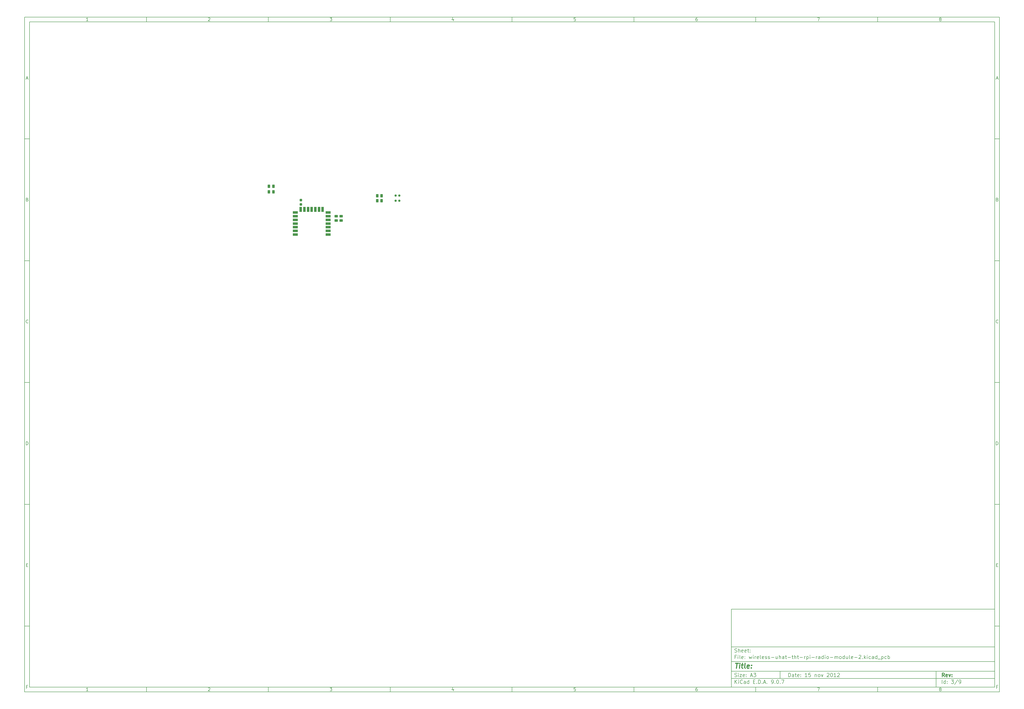
<source format=gtp>
G04 #@! TF.GenerationSoftware,KiCad,Pcbnew,9.0.7*
G04 #@! TF.CreationDate,2026-02-19T11:55:31-06:00*
G04 #@! TF.ProjectId,wireless-uhat-tht-rpi-radio-module-2,77697265-6c65-4737-932d-756861742d74,rev?*
G04 #@! TF.SameCoordinates,Original*
G04 #@! TF.FileFunction,Paste,Top*
G04 #@! TF.FilePolarity,Positive*
%FSLAX46Y46*%
G04 Gerber Fmt 4.6, Leading zero omitted, Abs format (unit mm)*
G04 Created by KiCad (PCBNEW 9.0.7) date 2026-02-19 11:55:31*
%MOMM*%
%LPD*%
G01*
G04 APERTURE LIST*
G04 Aperture macros list*
%AMRoundRect*
0 Rectangle with rounded corners*
0 $1 Rounding radius*
0 $2 $3 $4 $5 $6 $7 $8 $9 X,Y pos of 4 corners*
0 Add a 4 corners polygon primitive as box body*
4,1,4,$2,$3,$4,$5,$6,$7,$8,$9,$2,$3,0*
0 Add four circle primitives for the rounded corners*
1,1,$1+$1,$2,$3*
1,1,$1+$1,$4,$5*
1,1,$1+$1,$6,$7*
1,1,$1+$1,$8,$9*
0 Add four rect primitives between the rounded corners*
20,1,$1+$1,$2,$3,$4,$5,0*
20,1,$1+$1,$4,$5,$6,$7,0*
20,1,$1+$1,$6,$7,$8,$9,0*
20,1,$1+$1,$8,$9,$2,$3,0*%
G04 Aperture macros list end*
%ADD10C,0.100000*%
%ADD11C,0.150000*%
%ADD12C,0.300000*%
%ADD13C,0.400000*%
%ADD14RoundRect,0.200000X-0.200000X0.200000X-0.200000X-0.200000X0.200000X-0.200000X0.200000X0.200000X0*%
%ADD15RoundRect,0.250000X0.262500X0.450000X-0.262500X0.450000X-0.262500X-0.450000X0.262500X-0.450000X0*%
%ADD16RoundRect,0.250000X-0.262500X-0.450000X0.262500X-0.450000X0.262500X0.450000X-0.262500X0.450000X0*%
%ADD17R,2.000000X1.000000*%
%ADD18R,1.000000X2.000000*%
%ADD19RoundRect,0.250000X0.450000X-0.262500X0.450000X0.262500X-0.450000X0.262500X-0.450000X-0.262500X0*%
%ADD20RoundRect,0.237500X-0.237500X0.287500X-0.237500X-0.287500X0.237500X-0.287500X0.237500X0.287500X0*%
G04 APERTURE END LIST*
D10*
D11*
X299989000Y-253002200D02*
X407989000Y-253002200D01*
X407989000Y-285002200D01*
X299989000Y-285002200D01*
X299989000Y-253002200D01*
D10*
D11*
X10000000Y-10000000D02*
X409989000Y-10000000D01*
X409989000Y-287002200D01*
X10000000Y-287002200D01*
X10000000Y-10000000D01*
D10*
D11*
X12000000Y-12000000D02*
X407989000Y-12000000D01*
X407989000Y-285002200D01*
X12000000Y-285002200D01*
X12000000Y-12000000D01*
D10*
D11*
X60000000Y-12000000D02*
X60000000Y-10000000D01*
D10*
D11*
X110000000Y-12000000D02*
X110000000Y-10000000D01*
D10*
D11*
X160000000Y-12000000D02*
X160000000Y-10000000D01*
D10*
D11*
X210000000Y-12000000D02*
X210000000Y-10000000D01*
D10*
D11*
X260000000Y-12000000D02*
X260000000Y-10000000D01*
D10*
D11*
X310000000Y-12000000D02*
X310000000Y-10000000D01*
D10*
D11*
X360000000Y-12000000D02*
X360000000Y-10000000D01*
D10*
D11*
X36089160Y-11593604D02*
X35346303Y-11593604D01*
X35717731Y-11593604D02*
X35717731Y-10293604D01*
X35717731Y-10293604D02*
X35593922Y-10479319D01*
X35593922Y-10479319D02*
X35470112Y-10603128D01*
X35470112Y-10603128D02*
X35346303Y-10665033D01*
D10*
D11*
X85346303Y-10417414D02*
X85408207Y-10355509D01*
X85408207Y-10355509D02*
X85532017Y-10293604D01*
X85532017Y-10293604D02*
X85841541Y-10293604D01*
X85841541Y-10293604D02*
X85965350Y-10355509D01*
X85965350Y-10355509D02*
X86027255Y-10417414D01*
X86027255Y-10417414D02*
X86089160Y-10541223D01*
X86089160Y-10541223D02*
X86089160Y-10665033D01*
X86089160Y-10665033D02*
X86027255Y-10850747D01*
X86027255Y-10850747D02*
X85284398Y-11593604D01*
X85284398Y-11593604D02*
X86089160Y-11593604D01*
D10*
D11*
X135284398Y-10293604D02*
X136089160Y-10293604D01*
X136089160Y-10293604D02*
X135655826Y-10788842D01*
X135655826Y-10788842D02*
X135841541Y-10788842D01*
X135841541Y-10788842D02*
X135965350Y-10850747D01*
X135965350Y-10850747D02*
X136027255Y-10912652D01*
X136027255Y-10912652D02*
X136089160Y-11036461D01*
X136089160Y-11036461D02*
X136089160Y-11345985D01*
X136089160Y-11345985D02*
X136027255Y-11469795D01*
X136027255Y-11469795D02*
X135965350Y-11531700D01*
X135965350Y-11531700D02*
X135841541Y-11593604D01*
X135841541Y-11593604D02*
X135470112Y-11593604D01*
X135470112Y-11593604D02*
X135346303Y-11531700D01*
X135346303Y-11531700D02*
X135284398Y-11469795D01*
D10*
D11*
X185965350Y-10726938D02*
X185965350Y-11593604D01*
X185655826Y-10231700D02*
X185346303Y-11160271D01*
X185346303Y-11160271D02*
X186151064Y-11160271D01*
D10*
D11*
X236027255Y-10293604D02*
X235408207Y-10293604D01*
X235408207Y-10293604D02*
X235346303Y-10912652D01*
X235346303Y-10912652D02*
X235408207Y-10850747D01*
X235408207Y-10850747D02*
X235532017Y-10788842D01*
X235532017Y-10788842D02*
X235841541Y-10788842D01*
X235841541Y-10788842D02*
X235965350Y-10850747D01*
X235965350Y-10850747D02*
X236027255Y-10912652D01*
X236027255Y-10912652D02*
X236089160Y-11036461D01*
X236089160Y-11036461D02*
X236089160Y-11345985D01*
X236089160Y-11345985D02*
X236027255Y-11469795D01*
X236027255Y-11469795D02*
X235965350Y-11531700D01*
X235965350Y-11531700D02*
X235841541Y-11593604D01*
X235841541Y-11593604D02*
X235532017Y-11593604D01*
X235532017Y-11593604D02*
X235408207Y-11531700D01*
X235408207Y-11531700D02*
X235346303Y-11469795D01*
D10*
D11*
X285965350Y-10293604D02*
X285717731Y-10293604D01*
X285717731Y-10293604D02*
X285593922Y-10355509D01*
X285593922Y-10355509D02*
X285532017Y-10417414D01*
X285532017Y-10417414D02*
X285408207Y-10603128D01*
X285408207Y-10603128D02*
X285346303Y-10850747D01*
X285346303Y-10850747D02*
X285346303Y-11345985D01*
X285346303Y-11345985D02*
X285408207Y-11469795D01*
X285408207Y-11469795D02*
X285470112Y-11531700D01*
X285470112Y-11531700D02*
X285593922Y-11593604D01*
X285593922Y-11593604D02*
X285841541Y-11593604D01*
X285841541Y-11593604D02*
X285965350Y-11531700D01*
X285965350Y-11531700D02*
X286027255Y-11469795D01*
X286027255Y-11469795D02*
X286089160Y-11345985D01*
X286089160Y-11345985D02*
X286089160Y-11036461D01*
X286089160Y-11036461D02*
X286027255Y-10912652D01*
X286027255Y-10912652D02*
X285965350Y-10850747D01*
X285965350Y-10850747D02*
X285841541Y-10788842D01*
X285841541Y-10788842D02*
X285593922Y-10788842D01*
X285593922Y-10788842D02*
X285470112Y-10850747D01*
X285470112Y-10850747D02*
X285408207Y-10912652D01*
X285408207Y-10912652D02*
X285346303Y-11036461D01*
D10*
D11*
X335284398Y-10293604D02*
X336151064Y-10293604D01*
X336151064Y-10293604D02*
X335593922Y-11593604D01*
D10*
D11*
X385593922Y-10850747D02*
X385470112Y-10788842D01*
X385470112Y-10788842D02*
X385408207Y-10726938D01*
X385408207Y-10726938D02*
X385346303Y-10603128D01*
X385346303Y-10603128D02*
X385346303Y-10541223D01*
X385346303Y-10541223D02*
X385408207Y-10417414D01*
X385408207Y-10417414D02*
X385470112Y-10355509D01*
X385470112Y-10355509D02*
X385593922Y-10293604D01*
X385593922Y-10293604D02*
X385841541Y-10293604D01*
X385841541Y-10293604D02*
X385965350Y-10355509D01*
X385965350Y-10355509D02*
X386027255Y-10417414D01*
X386027255Y-10417414D02*
X386089160Y-10541223D01*
X386089160Y-10541223D02*
X386089160Y-10603128D01*
X386089160Y-10603128D02*
X386027255Y-10726938D01*
X386027255Y-10726938D02*
X385965350Y-10788842D01*
X385965350Y-10788842D02*
X385841541Y-10850747D01*
X385841541Y-10850747D02*
X385593922Y-10850747D01*
X385593922Y-10850747D02*
X385470112Y-10912652D01*
X385470112Y-10912652D02*
X385408207Y-10974557D01*
X385408207Y-10974557D02*
X385346303Y-11098366D01*
X385346303Y-11098366D02*
X385346303Y-11345985D01*
X385346303Y-11345985D02*
X385408207Y-11469795D01*
X385408207Y-11469795D02*
X385470112Y-11531700D01*
X385470112Y-11531700D02*
X385593922Y-11593604D01*
X385593922Y-11593604D02*
X385841541Y-11593604D01*
X385841541Y-11593604D02*
X385965350Y-11531700D01*
X385965350Y-11531700D02*
X386027255Y-11469795D01*
X386027255Y-11469795D02*
X386089160Y-11345985D01*
X386089160Y-11345985D02*
X386089160Y-11098366D01*
X386089160Y-11098366D02*
X386027255Y-10974557D01*
X386027255Y-10974557D02*
X385965350Y-10912652D01*
X385965350Y-10912652D02*
X385841541Y-10850747D01*
D10*
D11*
X60000000Y-285002200D02*
X60000000Y-287002200D01*
D10*
D11*
X110000000Y-285002200D02*
X110000000Y-287002200D01*
D10*
D11*
X160000000Y-285002200D02*
X160000000Y-287002200D01*
D10*
D11*
X210000000Y-285002200D02*
X210000000Y-287002200D01*
D10*
D11*
X260000000Y-285002200D02*
X260000000Y-287002200D01*
D10*
D11*
X310000000Y-285002200D02*
X310000000Y-287002200D01*
D10*
D11*
X360000000Y-285002200D02*
X360000000Y-287002200D01*
D10*
D11*
X36089160Y-286595804D02*
X35346303Y-286595804D01*
X35717731Y-286595804D02*
X35717731Y-285295804D01*
X35717731Y-285295804D02*
X35593922Y-285481519D01*
X35593922Y-285481519D02*
X35470112Y-285605328D01*
X35470112Y-285605328D02*
X35346303Y-285667233D01*
D10*
D11*
X85346303Y-285419614D02*
X85408207Y-285357709D01*
X85408207Y-285357709D02*
X85532017Y-285295804D01*
X85532017Y-285295804D02*
X85841541Y-285295804D01*
X85841541Y-285295804D02*
X85965350Y-285357709D01*
X85965350Y-285357709D02*
X86027255Y-285419614D01*
X86027255Y-285419614D02*
X86089160Y-285543423D01*
X86089160Y-285543423D02*
X86089160Y-285667233D01*
X86089160Y-285667233D02*
X86027255Y-285852947D01*
X86027255Y-285852947D02*
X85284398Y-286595804D01*
X85284398Y-286595804D02*
X86089160Y-286595804D01*
D10*
D11*
X135284398Y-285295804D02*
X136089160Y-285295804D01*
X136089160Y-285295804D02*
X135655826Y-285791042D01*
X135655826Y-285791042D02*
X135841541Y-285791042D01*
X135841541Y-285791042D02*
X135965350Y-285852947D01*
X135965350Y-285852947D02*
X136027255Y-285914852D01*
X136027255Y-285914852D02*
X136089160Y-286038661D01*
X136089160Y-286038661D02*
X136089160Y-286348185D01*
X136089160Y-286348185D02*
X136027255Y-286471995D01*
X136027255Y-286471995D02*
X135965350Y-286533900D01*
X135965350Y-286533900D02*
X135841541Y-286595804D01*
X135841541Y-286595804D02*
X135470112Y-286595804D01*
X135470112Y-286595804D02*
X135346303Y-286533900D01*
X135346303Y-286533900D02*
X135284398Y-286471995D01*
D10*
D11*
X185965350Y-285729138D02*
X185965350Y-286595804D01*
X185655826Y-285233900D02*
X185346303Y-286162471D01*
X185346303Y-286162471D02*
X186151064Y-286162471D01*
D10*
D11*
X236027255Y-285295804D02*
X235408207Y-285295804D01*
X235408207Y-285295804D02*
X235346303Y-285914852D01*
X235346303Y-285914852D02*
X235408207Y-285852947D01*
X235408207Y-285852947D02*
X235532017Y-285791042D01*
X235532017Y-285791042D02*
X235841541Y-285791042D01*
X235841541Y-285791042D02*
X235965350Y-285852947D01*
X235965350Y-285852947D02*
X236027255Y-285914852D01*
X236027255Y-285914852D02*
X236089160Y-286038661D01*
X236089160Y-286038661D02*
X236089160Y-286348185D01*
X236089160Y-286348185D02*
X236027255Y-286471995D01*
X236027255Y-286471995D02*
X235965350Y-286533900D01*
X235965350Y-286533900D02*
X235841541Y-286595804D01*
X235841541Y-286595804D02*
X235532017Y-286595804D01*
X235532017Y-286595804D02*
X235408207Y-286533900D01*
X235408207Y-286533900D02*
X235346303Y-286471995D01*
D10*
D11*
X285965350Y-285295804D02*
X285717731Y-285295804D01*
X285717731Y-285295804D02*
X285593922Y-285357709D01*
X285593922Y-285357709D02*
X285532017Y-285419614D01*
X285532017Y-285419614D02*
X285408207Y-285605328D01*
X285408207Y-285605328D02*
X285346303Y-285852947D01*
X285346303Y-285852947D02*
X285346303Y-286348185D01*
X285346303Y-286348185D02*
X285408207Y-286471995D01*
X285408207Y-286471995D02*
X285470112Y-286533900D01*
X285470112Y-286533900D02*
X285593922Y-286595804D01*
X285593922Y-286595804D02*
X285841541Y-286595804D01*
X285841541Y-286595804D02*
X285965350Y-286533900D01*
X285965350Y-286533900D02*
X286027255Y-286471995D01*
X286027255Y-286471995D02*
X286089160Y-286348185D01*
X286089160Y-286348185D02*
X286089160Y-286038661D01*
X286089160Y-286038661D02*
X286027255Y-285914852D01*
X286027255Y-285914852D02*
X285965350Y-285852947D01*
X285965350Y-285852947D02*
X285841541Y-285791042D01*
X285841541Y-285791042D02*
X285593922Y-285791042D01*
X285593922Y-285791042D02*
X285470112Y-285852947D01*
X285470112Y-285852947D02*
X285408207Y-285914852D01*
X285408207Y-285914852D02*
X285346303Y-286038661D01*
D10*
D11*
X335284398Y-285295804D02*
X336151064Y-285295804D01*
X336151064Y-285295804D02*
X335593922Y-286595804D01*
D10*
D11*
X385593922Y-285852947D02*
X385470112Y-285791042D01*
X385470112Y-285791042D02*
X385408207Y-285729138D01*
X385408207Y-285729138D02*
X385346303Y-285605328D01*
X385346303Y-285605328D02*
X385346303Y-285543423D01*
X385346303Y-285543423D02*
X385408207Y-285419614D01*
X385408207Y-285419614D02*
X385470112Y-285357709D01*
X385470112Y-285357709D02*
X385593922Y-285295804D01*
X385593922Y-285295804D02*
X385841541Y-285295804D01*
X385841541Y-285295804D02*
X385965350Y-285357709D01*
X385965350Y-285357709D02*
X386027255Y-285419614D01*
X386027255Y-285419614D02*
X386089160Y-285543423D01*
X386089160Y-285543423D02*
X386089160Y-285605328D01*
X386089160Y-285605328D02*
X386027255Y-285729138D01*
X386027255Y-285729138D02*
X385965350Y-285791042D01*
X385965350Y-285791042D02*
X385841541Y-285852947D01*
X385841541Y-285852947D02*
X385593922Y-285852947D01*
X385593922Y-285852947D02*
X385470112Y-285914852D01*
X385470112Y-285914852D02*
X385408207Y-285976757D01*
X385408207Y-285976757D02*
X385346303Y-286100566D01*
X385346303Y-286100566D02*
X385346303Y-286348185D01*
X385346303Y-286348185D02*
X385408207Y-286471995D01*
X385408207Y-286471995D02*
X385470112Y-286533900D01*
X385470112Y-286533900D02*
X385593922Y-286595804D01*
X385593922Y-286595804D02*
X385841541Y-286595804D01*
X385841541Y-286595804D02*
X385965350Y-286533900D01*
X385965350Y-286533900D02*
X386027255Y-286471995D01*
X386027255Y-286471995D02*
X386089160Y-286348185D01*
X386089160Y-286348185D02*
X386089160Y-286100566D01*
X386089160Y-286100566D02*
X386027255Y-285976757D01*
X386027255Y-285976757D02*
X385965350Y-285914852D01*
X385965350Y-285914852D02*
X385841541Y-285852947D01*
D10*
D11*
X10000000Y-60000000D02*
X12000000Y-60000000D01*
D10*
D11*
X10000000Y-110000000D02*
X12000000Y-110000000D01*
D10*
D11*
X10000000Y-160000000D02*
X12000000Y-160000000D01*
D10*
D11*
X10000000Y-210000000D02*
X12000000Y-210000000D01*
D10*
D11*
X10000000Y-260000000D02*
X12000000Y-260000000D01*
D10*
D11*
X10690476Y-35222176D02*
X11309523Y-35222176D01*
X10566666Y-35593604D02*
X10999999Y-34293604D01*
X10999999Y-34293604D02*
X11433333Y-35593604D01*
D10*
D11*
X11092857Y-84912652D02*
X11278571Y-84974557D01*
X11278571Y-84974557D02*
X11340476Y-85036461D01*
X11340476Y-85036461D02*
X11402380Y-85160271D01*
X11402380Y-85160271D02*
X11402380Y-85345985D01*
X11402380Y-85345985D02*
X11340476Y-85469795D01*
X11340476Y-85469795D02*
X11278571Y-85531700D01*
X11278571Y-85531700D02*
X11154761Y-85593604D01*
X11154761Y-85593604D02*
X10659523Y-85593604D01*
X10659523Y-85593604D02*
X10659523Y-84293604D01*
X10659523Y-84293604D02*
X11092857Y-84293604D01*
X11092857Y-84293604D02*
X11216666Y-84355509D01*
X11216666Y-84355509D02*
X11278571Y-84417414D01*
X11278571Y-84417414D02*
X11340476Y-84541223D01*
X11340476Y-84541223D02*
X11340476Y-84665033D01*
X11340476Y-84665033D02*
X11278571Y-84788842D01*
X11278571Y-84788842D02*
X11216666Y-84850747D01*
X11216666Y-84850747D02*
X11092857Y-84912652D01*
X11092857Y-84912652D02*
X10659523Y-84912652D01*
D10*
D11*
X11402380Y-135469795D02*
X11340476Y-135531700D01*
X11340476Y-135531700D02*
X11154761Y-135593604D01*
X11154761Y-135593604D02*
X11030952Y-135593604D01*
X11030952Y-135593604D02*
X10845238Y-135531700D01*
X10845238Y-135531700D02*
X10721428Y-135407890D01*
X10721428Y-135407890D02*
X10659523Y-135284080D01*
X10659523Y-135284080D02*
X10597619Y-135036461D01*
X10597619Y-135036461D02*
X10597619Y-134850747D01*
X10597619Y-134850747D02*
X10659523Y-134603128D01*
X10659523Y-134603128D02*
X10721428Y-134479319D01*
X10721428Y-134479319D02*
X10845238Y-134355509D01*
X10845238Y-134355509D02*
X11030952Y-134293604D01*
X11030952Y-134293604D02*
X11154761Y-134293604D01*
X11154761Y-134293604D02*
X11340476Y-134355509D01*
X11340476Y-134355509D02*
X11402380Y-134417414D01*
D10*
D11*
X10659523Y-185593604D02*
X10659523Y-184293604D01*
X10659523Y-184293604D02*
X10969047Y-184293604D01*
X10969047Y-184293604D02*
X11154761Y-184355509D01*
X11154761Y-184355509D02*
X11278571Y-184479319D01*
X11278571Y-184479319D02*
X11340476Y-184603128D01*
X11340476Y-184603128D02*
X11402380Y-184850747D01*
X11402380Y-184850747D02*
X11402380Y-185036461D01*
X11402380Y-185036461D02*
X11340476Y-185284080D01*
X11340476Y-185284080D02*
X11278571Y-185407890D01*
X11278571Y-185407890D02*
X11154761Y-185531700D01*
X11154761Y-185531700D02*
X10969047Y-185593604D01*
X10969047Y-185593604D02*
X10659523Y-185593604D01*
D10*
D11*
X10721428Y-234912652D02*
X11154762Y-234912652D01*
X11340476Y-235593604D02*
X10721428Y-235593604D01*
X10721428Y-235593604D02*
X10721428Y-234293604D01*
X10721428Y-234293604D02*
X11340476Y-234293604D01*
D10*
D11*
X11185714Y-284912652D02*
X10752380Y-284912652D01*
X10752380Y-285593604D02*
X10752380Y-284293604D01*
X10752380Y-284293604D02*
X11371428Y-284293604D01*
D10*
D11*
X409989000Y-60000000D02*
X407989000Y-60000000D01*
D10*
D11*
X409989000Y-110000000D02*
X407989000Y-110000000D01*
D10*
D11*
X409989000Y-160000000D02*
X407989000Y-160000000D01*
D10*
D11*
X409989000Y-210000000D02*
X407989000Y-210000000D01*
D10*
D11*
X409989000Y-260000000D02*
X407989000Y-260000000D01*
D10*
D11*
X408679476Y-35222176D02*
X409298523Y-35222176D01*
X408555666Y-35593604D02*
X408988999Y-34293604D01*
X408988999Y-34293604D02*
X409422333Y-35593604D01*
D10*
D11*
X409081857Y-84912652D02*
X409267571Y-84974557D01*
X409267571Y-84974557D02*
X409329476Y-85036461D01*
X409329476Y-85036461D02*
X409391380Y-85160271D01*
X409391380Y-85160271D02*
X409391380Y-85345985D01*
X409391380Y-85345985D02*
X409329476Y-85469795D01*
X409329476Y-85469795D02*
X409267571Y-85531700D01*
X409267571Y-85531700D02*
X409143761Y-85593604D01*
X409143761Y-85593604D02*
X408648523Y-85593604D01*
X408648523Y-85593604D02*
X408648523Y-84293604D01*
X408648523Y-84293604D02*
X409081857Y-84293604D01*
X409081857Y-84293604D02*
X409205666Y-84355509D01*
X409205666Y-84355509D02*
X409267571Y-84417414D01*
X409267571Y-84417414D02*
X409329476Y-84541223D01*
X409329476Y-84541223D02*
X409329476Y-84665033D01*
X409329476Y-84665033D02*
X409267571Y-84788842D01*
X409267571Y-84788842D02*
X409205666Y-84850747D01*
X409205666Y-84850747D02*
X409081857Y-84912652D01*
X409081857Y-84912652D02*
X408648523Y-84912652D01*
D10*
D11*
X409391380Y-135469795D02*
X409329476Y-135531700D01*
X409329476Y-135531700D02*
X409143761Y-135593604D01*
X409143761Y-135593604D02*
X409019952Y-135593604D01*
X409019952Y-135593604D02*
X408834238Y-135531700D01*
X408834238Y-135531700D02*
X408710428Y-135407890D01*
X408710428Y-135407890D02*
X408648523Y-135284080D01*
X408648523Y-135284080D02*
X408586619Y-135036461D01*
X408586619Y-135036461D02*
X408586619Y-134850747D01*
X408586619Y-134850747D02*
X408648523Y-134603128D01*
X408648523Y-134603128D02*
X408710428Y-134479319D01*
X408710428Y-134479319D02*
X408834238Y-134355509D01*
X408834238Y-134355509D02*
X409019952Y-134293604D01*
X409019952Y-134293604D02*
X409143761Y-134293604D01*
X409143761Y-134293604D02*
X409329476Y-134355509D01*
X409329476Y-134355509D02*
X409391380Y-134417414D01*
D10*
D11*
X408648523Y-185593604D02*
X408648523Y-184293604D01*
X408648523Y-184293604D02*
X408958047Y-184293604D01*
X408958047Y-184293604D02*
X409143761Y-184355509D01*
X409143761Y-184355509D02*
X409267571Y-184479319D01*
X409267571Y-184479319D02*
X409329476Y-184603128D01*
X409329476Y-184603128D02*
X409391380Y-184850747D01*
X409391380Y-184850747D02*
X409391380Y-185036461D01*
X409391380Y-185036461D02*
X409329476Y-185284080D01*
X409329476Y-185284080D02*
X409267571Y-185407890D01*
X409267571Y-185407890D02*
X409143761Y-185531700D01*
X409143761Y-185531700D02*
X408958047Y-185593604D01*
X408958047Y-185593604D02*
X408648523Y-185593604D01*
D10*
D11*
X408710428Y-234912652D02*
X409143762Y-234912652D01*
X409329476Y-235593604D02*
X408710428Y-235593604D01*
X408710428Y-235593604D02*
X408710428Y-234293604D01*
X408710428Y-234293604D02*
X409329476Y-234293604D01*
D10*
D11*
X409174714Y-284912652D02*
X408741380Y-284912652D01*
X408741380Y-285593604D02*
X408741380Y-284293604D01*
X408741380Y-284293604D02*
X409360428Y-284293604D01*
D10*
D11*
X323444826Y-280788328D02*
X323444826Y-279288328D01*
X323444826Y-279288328D02*
X323801969Y-279288328D01*
X323801969Y-279288328D02*
X324016255Y-279359757D01*
X324016255Y-279359757D02*
X324159112Y-279502614D01*
X324159112Y-279502614D02*
X324230541Y-279645471D01*
X324230541Y-279645471D02*
X324301969Y-279931185D01*
X324301969Y-279931185D02*
X324301969Y-280145471D01*
X324301969Y-280145471D02*
X324230541Y-280431185D01*
X324230541Y-280431185D02*
X324159112Y-280574042D01*
X324159112Y-280574042D02*
X324016255Y-280716900D01*
X324016255Y-280716900D02*
X323801969Y-280788328D01*
X323801969Y-280788328D02*
X323444826Y-280788328D01*
X325587684Y-280788328D02*
X325587684Y-280002614D01*
X325587684Y-280002614D02*
X325516255Y-279859757D01*
X325516255Y-279859757D02*
X325373398Y-279788328D01*
X325373398Y-279788328D02*
X325087684Y-279788328D01*
X325087684Y-279788328D02*
X324944826Y-279859757D01*
X325587684Y-280716900D02*
X325444826Y-280788328D01*
X325444826Y-280788328D02*
X325087684Y-280788328D01*
X325087684Y-280788328D02*
X324944826Y-280716900D01*
X324944826Y-280716900D02*
X324873398Y-280574042D01*
X324873398Y-280574042D02*
X324873398Y-280431185D01*
X324873398Y-280431185D02*
X324944826Y-280288328D01*
X324944826Y-280288328D02*
X325087684Y-280216900D01*
X325087684Y-280216900D02*
X325444826Y-280216900D01*
X325444826Y-280216900D02*
X325587684Y-280145471D01*
X326087684Y-279788328D02*
X326659112Y-279788328D01*
X326301969Y-279288328D02*
X326301969Y-280574042D01*
X326301969Y-280574042D02*
X326373398Y-280716900D01*
X326373398Y-280716900D02*
X326516255Y-280788328D01*
X326516255Y-280788328D02*
X326659112Y-280788328D01*
X327730541Y-280716900D02*
X327587684Y-280788328D01*
X327587684Y-280788328D02*
X327301970Y-280788328D01*
X327301970Y-280788328D02*
X327159112Y-280716900D01*
X327159112Y-280716900D02*
X327087684Y-280574042D01*
X327087684Y-280574042D02*
X327087684Y-280002614D01*
X327087684Y-280002614D02*
X327159112Y-279859757D01*
X327159112Y-279859757D02*
X327301970Y-279788328D01*
X327301970Y-279788328D02*
X327587684Y-279788328D01*
X327587684Y-279788328D02*
X327730541Y-279859757D01*
X327730541Y-279859757D02*
X327801970Y-280002614D01*
X327801970Y-280002614D02*
X327801970Y-280145471D01*
X327801970Y-280145471D02*
X327087684Y-280288328D01*
X328444826Y-280645471D02*
X328516255Y-280716900D01*
X328516255Y-280716900D02*
X328444826Y-280788328D01*
X328444826Y-280788328D02*
X328373398Y-280716900D01*
X328373398Y-280716900D02*
X328444826Y-280645471D01*
X328444826Y-280645471D02*
X328444826Y-280788328D01*
X328444826Y-279859757D02*
X328516255Y-279931185D01*
X328516255Y-279931185D02*
X328444826Y-280002614D01*
X328444826Y-280002614D02*
X328373398Y-279931185D01*
X328373398Y-279931185D02*
X328444826Y-279859757D01*
X328444826Y-279859757D02*
X328444826Y-280002614D01*
X331087684Y-280788328D02*
X330230541Y-280788328D01*
X330659112Y-280788328D02*
X330659112Y-279288328D01*
X330659112Y-279288328D02*
X330516255Y-279502614D01*
X330516255Y-279502614D02*
X330373398Y-279645471D01*
X330373398Y-279645471D02*
X330230541Y-279716900D01*
X332444826Y-279288328D02*
X331730540Y-279288328D01*
X331730540Y-279288328D02*
X331659112Y-280002614D01*
X331659112Y-280002614D02*
X331730540Y-279931185D01*
X331730540Y-279931185D02*
X331873398Y-279859757D01*
X331873398Y-279859757D02*
X332230540Y-279859757D01*
X332230540Y-279859757D02*
X332373398Y-279931185D01*
X332373398Y-279931185D02*
X332444826Y-280002614D01*
X332444826Y-280002614D02*
X332516255Y-280145471D01*
X332516255Y-280145471D02*
X332516255Y-280502614D01*
X332516255Y-280502614D02*
X332444826Y-280645471D01*
X332444826Y-280645471D02*
X332373398Y-280716900D01*
X332373398Y-280716900D02*
X332230540Y-280788328D01*
X332230540Y-280788328D02*
X331873398Y-280788328D01*
X331873398Y-280788328D02*
X331730540Y-280716900D01*
X331730540Y-280716900D02*
X331659112Y-280645471D01*
X334301968Y-279788328D02*
X334301968Y-280788328D01*
X334301968Y-279931185D02*
X334373397Y-279859757D01*
X334373397Y-279859757D02*
X334516254Y-279788328D01*
X334516254Y-279788328D02*
X334730540Y-279788328D01*
X334730540Y-279788328D02*
X334873397Y-279859757D01*
X334873397Y-279859757D02*
X334944826Y-280002614D01*
X334944826Y-280002614D02*
X334944826Y-280788328D01*
X335873397Y-280788328D02*
X335730540Y-280716900D01*
X335730540Y-280716900D02*
X335659111Y-280645471D01*
X335659111Y-280645471D02*
X335587683Y-280502614D01*
X335587683Y-280502614D02*
X335587683Y-280074042D01*
X335587683Y-280074042D02*
X335659111Y-279931185D01*
X335659111Y-279931185D02*
X335730540Y-279859757D01*
X335730540Y-279859757D02*
X335873397Y-279788328D01*
X335873397Y-279788328D02*
X336087683Y-279788328D01*
X336087683Y-279788328D02*
X336230540Y-279859757D01*
X336230540Y-279859757D02*
X336301969Y-279931185D01*
X336301969Y-279931185D02*
X336373397Y-280074042D01*
X336373397Y-280074042D02*
X336373397Y-280502614D01*
X336373397Y-280502614D02*
X336301969Y-280645471D01*
X336301969Y-280645471D02*
X336230540Y-280716900D01*
X336230540Y-280716900D02*
X336087683Y-280788328D01*
X336087683Y-280788328D02*
X335873397Y-280788328D01*
X336873397Y-279788328D02*
X337230540Y-280788328D01*
X337230540Y-280788328D02*
X337587683Y-279788328D01*
X339230540Y-279431185D02*
X339301968Y-279359757D01*
X339301968Y-279359757D02*
X339444826Y-279288328D01*
X339444826Y-279288328D02*
X339801968Y-279288328D01*
X339801968Y-279288328D02*
X339944826Y-279359757D01*
X339944826Y-279359757D02*
X340016254Y-279431185D01*
X340016254Y-279431185D02*
X340087683Y-279574042D01*
X340087683Y-279574042D02*
X340087683Y-279716900D01*
X340087683Y-279716900D02*
X340016254Y-279931185D01*
X340016254Y-279931185D02*
X339159111Y-280788328D01*
X339159111Y-280788328D02*
X340087683Y-280788328D01*
X341016254Y-279288328D02*
X341159111Y-279288328D01*
X341159111Y-279288328D02*
X341301968Y-279359757D01*
X341301968Y-279359757D02*
X341373397Y-279431185D01*
X341373397Y-279431185D02*
X341444825Y-279574042D01*
X341444825Y-279574042D02*
X341516254Y-279859757D01*
X341516254Y-279859757D02*
X341516254Y-280216900D01*
X341516254Y-280216900D02*
X341444825Y-280502614D01*
X341444825Y-280502614D02*
X341373397Y-280645471D01*
X341373397Y-280645471D02*
X341301968Y-280716900D01*
X341301968Y-280716900D02*
X341159111Y-280788328D01*
X341159111Y-280788328D02*
X341016254Y-280788328D01*
X341016254Y-280788328D02*
X340873397Y-280716900D01*
X340873397Y-280716900D02*
X340801968Y-280645471D01*
X340801968Y-280645471D02*
X340730539Y-280502614D01*
X340730539Y-280502614D02*
X340659111Y-280216900D01*
X340659111Y-280216900D02*
X340659111Y-279859757D01*
X340659111Y-279859757D02*
X340730539Y-279574042D01*
X340730539Y-279574042D02*
X340801968Y-279431185D01*
X340801968Y-279431185D02*
X340873397Y-279359757D01*
X340873397Y-279359757D02*
X341016254Y-279288328D01*
X342944825Y-280788328D02*
X342087682Y-280788328D01*
X342516253Y-280788328D02*
X342516253Y-279288328D01*
X342516253Y-279288328D02*
X342373396Y-279502614D01*
X342373396Y-279502614D02*
X342230539Y-279645471D01*
X342230539Y-279645471D02*
X342087682Y-279716900D01*
X343516253Y-279431185D02*
X343587681Y-279359757D01*
X343587681Y-279359757D02*
X343730539Y-279288328D01*
X343730539Y-279288328D02*
X344087681Y-279288328D01*
X344087681Y-279288328D02*
X344230539Y-279359757D01*
X344230539Y-279359757D02*
X344301967Y-279431185D01*
X344301967Y-279431185D02*
X344373396Y-279574042D01*
X344373396Y-279574042D02*
X344373396Y-279716900D01*
X344373396Y-279716900D02*
X344301967Y-279931185D01*
X344301967Y-279931185D02*
X343444824Y-280788328D01*
X343444824Y-280788328D02*
X344373396Y-280788328D01*
D10*
D11*
X299989000Y-281502200D02*
X407989000Y-281502200D01*
D10*
D11*
X301444826Y-283588328D02*
X301444826Y-282088328D01*
X302301969Y-283588328D02*
X301659112Y-282731185D01*
X302301969Y-282088328D02*
X301444826Y-282945471D01*
X302944826Y-283588328D02*
X302944826Y-282588328D01*
X302944826Y-282088328D02*
X302873398Y-282159757D01*
X302873398Y-282159757D02*
X302944826Y-282231185D01*
X302944826Y-282231185D02*
X303016255Y-282159757D01*
X303016255Y-282159757D02*
X302944826Y-282088328D01*
X302944826Y-282088328D02*
X302944826Y-282231185D01*
X304516255Y-283445471D02*
X304444827Y-283516900D01*
X304444827Y-283516900D02*
X304230541Y-283588328D01*
X304230541Y-283588328D02*
X304087684Y-283588328D01*
X304087684Y-283588328D02*
X303873398Y-283516900D01*
X303873398Y-283516900D02*
X303730541Y-283374042D01*
X303730541Y-283374042D02*
X303659112Y-283231185D01*
X303659112Y-283231185D02*
X303587684Y-282945471D01*
X303587684Y-282945471D02*
X303587684Y-282731185D01*
X303587684Y-282731185D02*
X303659112Y-282445471D01*
X303659112Y-282445471D02*
X303730541Y-282302614D01*
X303730541Y-282302614D02*
X303873398Y-282159757D01*
X303873398Y-282159757D02*
X304087684Y-282088328D01*
X304087684Y-282088328D02*
X304230541Y-282088328D01*
X304230541Y-282088328D02*
X304444827Y-282159757D01*
X304444827Y-282159757D02*
X304516255Y-282231185D01*
X305801970Y-283588328D02*
X305801970Y-282802614D01*
X305801970Y-282802614D02*
X305730541Y-282659757D01*
X305730541Y-282659757D02*
X305587684Y-282588328D01*
X305587684Y-282588328D02*
X305301970Y-282588328D01*
X305301970Y-282588328D02*
X305159112Y-282659757D01*
X305801970Y-283516900D02*
X305659112Y-283588328D01*
X305659112Y-283588328D02*
X305301970Y-283588328D01*
X305301970Y-283588328D02*
X305159112Y-283516900D01*
X305159112Y-283516900D02*
X305087684Y-283374042D01*
X305087684Y-283374042D02*
X305087684Y-283231185D01*
X305087684Y-283231185D02*
X305159112Y-283088328D01*
X305159112Y-283088328D02*
X305301970Y-283016900D01*
X305301970Y-283016900D02*
X305659112Y-283016900D01*
X305659112Y-283016900D02*
X305801970Y-282945471D01*
X307159113Y-283588328D02*
X307159113Y-282088328D01*
X307159113Y-283516900D02*
X307016255Y-283588328D01*
X307016255Y-283588328D02*
X306730541Y-283588328D01*
X306730541Y-283588328D02*
X306587684Y-283516900D01*
X306587684Y-283516900D02*
X306516255Y-283445471D01*
X306516255Y-283445471D02*
X306444827Y-283302614D01*
X306444827Y-283302614D02*
X306444827Y-282874042D01*
X306444827Y-282874042D02*
X306516255Y-282731185D01*
X306516255Y-282731185D02*
X306587684Y-282659757D01*
X306587684Y-282659757D02*
X306730541Y-282588328D01*
X306730541Y-282588328D02*
X307016255Y-282588328D01*
X307016255Y-282588328D02*
X307159113Y-282659757D01*
X309016255Y-282802614D02*
X309516255Y-282802614D01*
X309730541Y-283588328D02*
X309016255Y-283588328D01*
X309016255Y-283588328D02*
X309016255Y-282088328D01*
X309016255Y-282088328D02*
X309730541Y-282088328D01*
X310373398Y-283445471D02*
X310444827Y-283516900D01*
X310444827Y-283516900D02*
X310373398Y-283588328D01*
X310373398Y-283588328D02*
X310301970Y-283516900D01*
X310301970Y-283516900D02*
X310373398Y-283445471D01*
X310373398Y-283445471D02*
X310373398Y-283588328D01*
X311087684Y-283588328D02*
X311087684Y-282088328D01*
X311087684Y-282088328D02*
X311444827Y-282088328D01*
X311444827Y-282088328D02*
X311659113Y-282159757D01*
X311659113Y-282159757D02*
X311801970Y-282302614D01*
X311801970Y-282302614D02*
X311873399Y-282445471D01*
X311873399Y-282445471D02*
X311944827Y-282731185D01*
X311944827Y-282731185D02*
X311944827Y-282945471D01*
X311944827Y-282945471D02*
X311873399Y-283231185D01*
X311873399Y-283231185D02*
X311801970Y-283374042D01*
X311801970Y-283374042D02*
X311659113Y-283516900D01*
X311659113Y-283516900D02*
X311444827Y-283588328D01*
X311444827Y-283588328D02*
X311087684Y-283588328D01*
X312587684Y-283445471D02*
X312659113Y-283516900D01*
X312659113Y-283516900D02*
X312587684Y-283588328D01*
X312587684Y-283588328D02*
X312516256Y-283516900D01*
X312516256Y-283516900D02*
X312587684Y-283445471D01*
X312587684Y-283445471D02*
X312587684Y-283588328D01*
X313230542Y-283159757D02*
X313944828Y-283159757D01*
X313087685Y-283588328D02*
X313587685Y-282088328D01*
X313587685Y-282088328D02*
X314087685Y-283588328D01*
X314587684Y-283445471D02*
X314659113Y-283516900D01*
X314659113Y-283516900D02*
X314587684Y-283588328D01*
X314587684Y-283588328D02*
X314516256Y-283516900D01*
X314516256Y-283516900D02*
X314587684Y-283445471D01*
X314587684Y-283445471D02*
X314587684Y-283588328D01*
X316516256Y-283588328D02*
X316801970Y-283588328D01*
X316801970Y-283588328D02*
X316944827Y-283516900D01*
X316944827Y-283516900D02*
X317016256Y-283445471D01*
X317016256Y-283445471D02*
X317159113Y-283231185D01*
X317159113Y-283231185D02*
X317230542Y-282945471D01*
X317230542Y-282945471D02*
X317230542Y-282374042D01*
X317230542Y-282374042D02*
X317159113Y-282231185D01*
X317159113Y-282231185D02*
X317087685Y-282159757D01*
X317087685Y-282159757D02*
X316944827Y-282088328D01*
X316944827Y-282088328D02*
X316659113Y-282088328D01*
X316659113Y-282088328D02*
X316516256Y-282159757D01*
X316516256Y-282159757D02*
X316444827Y-282231185D01*
X316444827Y-282231185D02*
X316373399Y-282374042D01*
X316373399Y-282374042D02*
X316373399Y-282731185D01*
X316373399Y-282731185D02*
X316444827Y-282874042D01*
X316444827Y-282874042D02*
X316516256Y-282945471D01*
X316516256Y-282945471D02*
X316659113Y-283016900D01*
X316659113Y-283016900D02*
X316944827Y-283016900D01*
X316944827Y-283016900D02*
X317087685Y-282945471D01*
X317087685Y-282945471D02*
X317159113Y-282874042D01*
X317159113Y-282874042D02*
X317230542Y-282731185D01*
X317873398Y-283445471D02*
X317944827Y-283516900D01*
X317944827Y-283516900D02*
X317873398Y-283588328D01*
X317873398Y-283588328D02*
X317801970Y-283516900D01*
X317801970Y-283516900D02*
X317873398Y-283445471D01*
X317873398Y-283445471D02*
X317873398Y-283588328D01*
X318873399Y-282088328D02*
X319016256Y-282088328D01*
X319016256Y-282088328D02*
X319159113Y-282159757D01*
X319159113Y-282159757D02*
X319230542Y-282231185D01*
X319230542Y-282231185D02*
X319301970Y-282374042D01*
X319301970Y-282374042D02*
X319373399Y-282659757D01*
X319373399Y-282659757D02*
X319373399Y-283016900D01*
X319373399Y-283016900D02*
X319301970Y-283302614D01*
X319301970Y-283302614D02*
X319230542Y-283445471D01*
X319230542Y-283445471D02*
X319159113Y-283516900D01*
X319159113Y-283516900D02*
X319016256Y-283588328D01*
X319016256Y-283588328D02*
X318873399Y-283588328D01*
X318873399Y-283588328D02*
X318730542Y-283516900D01*
X318730542Y-283516900D02*
X318659113Y-283445471D01*
X318659113Y-283445471D02*
X318587684Y-283302614D01*
X318587684Y-283302614D02*
X318516256Y-283016900D01*
X318516256Y-283016900D02*
X318516256Y-282659757D01*
X318516256Y-282659757D02*
X318587684Y-282374042D01*
X318587684Y-282374042D02*
X318659113Y-282231185D01*
X318659113Y-282231185D02*
X318730542Y-282159757D01*
X318730542Y-282159757D02*
X318873399Y-282088328D01*
X320016255Y-283445471D02*
X320087684Y-283516900D01*
X320087684Y-283516900D02*
X320016255Y-283588328D01*
X320016255Y-283588328D02*
X319944827Y-283516900D01*
X319944827Y-283516900D02*
X320016255Y-283445471D01*
X320016255Y-283445471D02*
X320016255Y-283588328D01*
X320587684Y-282088328D02*
X321587684Y-282088328D01*
X321587684Y-282088328D02*
X320944827Y-283588328D01*
D10*
D11*
X299989000Y-278502200D02*
X407989000Y-278502200D01*
D10*
D12*
X387400653Y-280780528D02*
X386900653Y-280066242D01*
X386543510Y-280780528D02*
X386543510Y-279280528D01*
X386543510Y-279280528D02*
X387114939Y-279280528D01*
X387114939Y-279280528D02*
X387257796Y-279351957D01*
X387257796Y-279351957D02*
X387329225Y-279423385D01*
X387329225Y-279423385D02*
X387400653Y-279566242D01*
X387400653Y-279566242D02*
X387400653Y-279780528D01*
X387400653Y-279780528D02*
X387329225Y-279923385D01*
X387329225Y-279923385D02*
X387257796Y-279994814D01*
X387257796Y-279994814D02*
X387114939Y-280066242D01*
X387114939Y-280066242D02*
X386543510Y-280066242D01*
X388614939Y-280709100D02*
X388472082Y-280780528D01*
X388472082Y-280780528D02*
X388186368Y-280780528D01*
X388186368Y-280780528D02*
X388043510Y-280709100D01*
X388043510Y-280709100D02*
X387972082Y-280566242D01*
X387972082Y-280566242D02*
X387972082Y-279994814D01*
X387972082Y-279994814D02*
X388043510Y-279851957D01*
X388043510Y-279851957D02*
X388186368Y-279780528D01*
X388186368Y-279780528D02*
X388472082Y-279780528D01*
X388472082Y-279780528D02*
X388614939Y-279851957D01*
X388614939Y-279851957D02*
X388686368Y-279994814D01*
X388686368Y-279994814D02*
X388686368Y-280137671D01*
X388686368Y-280137671D02*
X387972082Y-280280528D01*
X389186367Y-279780528D02*
X389543510Y-280780528D01*
X389543510Y-280780528D02*
X389900653Y-279780528D01*
X390472081Y-280637671D02*
X390543510Y-280709100D01*
X390543510Y-280709100D02*
X390472081Y-280780528D01*
X390472081Y-280780528D02*
X390400653Y-280709100D01*
X390400653Y-280709100D02*
X390472081Y-280637671D01*
X390472081Y-280637671D02*
X390472081Y-280780528D01*
X390472081Y-279851957D02*
X390543510Y-279923385D01*
X390543510Y-279923385D02*
X390472081Y-279994814D01*
X390472081Y-279994814D02*
X390400653Y-279923385D01*
X390400653Y-279923385D02*
X390472081Y-279851957D01*
X390472081Y-279851957D02*
X390472081Y-279994814D01*
D10*
D11*
X301373398Y-280716900D02*
X301587684Y-280788328D01*
X301587684Y-280788328D02*
X301944826Y-280788328D01*
X301944826Y-280788328D02*
X302087684Y-280716900D01*
X302087684Y-280716900D02*
X302159112Y-280645471D01*
X302159112Y-280645471D02*
X302230541Y-280502614D01*
X302230541Y-280502614D02*
X302230541Y-280359757D01*
X302230541Y-280359757D02*
X302159112Y-280216900D01*
X302159112Y-280216900D02*
X302087684Y-280145471D01*
X302087684Y-280145471D02*
X301944826Y-280074042D01*
X301944826Y-280074042D02*
X301659112Y-280002614D01*
X301659112Y-280002614D02*
X301516255Y-279931185D01*
X301516255Y-279931185D02*
X301444826Y-279859757D01*
X301444826Y-279859757D02*
X301373398Y-279716900D01*
X301373398Y-279716900D02*
X301373398Y-279574042D01*
X301373398Y-279574042D02*
X301444826Y-279431185D01*
X301444826Y-279431185D02*
X301516255Y-279359757D01*
X301516255Y-279359757D02*
X301659112Y-279288328D01*
X301659112Y-279288328D02*
X302016255Y-279288328D01*
X302016255Y-279288328D02*
X302230541Y-279359757D01*
X302873397Y-280788328D02*
X302873397Y-279788328D01*
X302873397Y-279288328D02*
X302801969Y-279359757D01*
X302801969Y-279359757D02*
X302873397Y-279431185D01*
X302873397Y-279431185D02*
X302944826Y-279359757D01*
X302944826Y-279359757D02*
X302873397Y-279288328D01*
X302873397Y-279288328D02*
X302873397Y-279431185D01*
X303444826Y-279788328D02*
X304230541Y-279788328D01*
X304230541Y-279788328D02*
X303444826Y-280788328D01*
X303444826Y-280788328D02*
X304230541Y-280788328D01*
X305373398Y-280716900D02*
X305230541Y-280788328D01*
X305230541Y-280788328D02*
X304944827Y-280788328D01*
X304944827Y-280788328D02*
X304801969Y-280716900D01*
X304801969Y-280716900D02*
X304730541Y-280574042D01*
X304730541Y-280574042D02*
X304730541Y-280002614D01*
X304730541Y-280002614D02*
X304801969Y-279859757D01*
X304801969Y-279859757D02*
X304944827Y-279788328D01*
X304944827Y-279788328D02*
X305230541Y-279788328D01*
X305230541Y-279788328D02*
X305373398Y-279859757D01*
X305373398Y-279859757D02*
X305444827Y-280002614D01*
X305444827Y-280002614D02*
X305444827Y-280145471D01*
X305444827Y-280145471D02*
X304730541Y-280288328D01*
X306087683Y-280645471D02*
X306159112Y-280716900D01*
X306159112Y-280716900D02*
X306087683Y-280788328D01*
X306087683Y-280788328D02*
X306016255Y-280716900D01*
X306016255Y-280716900D02*
X306087683Y-280645471D01*
X306087683Y-280645471D02*
X306087683Y-280788328D01*
X306087683Y-279859757D02*
X306159112Y-279931185D01*
X306159112Y-279931185D02*
X306087683Y-280002614D01*
X306087683Y-280002614D02*
X306016255Y-279931185D01*
X306016255Y-279931185D02*
X306087683Y-279859757D01*
X306087683Y-279859757D02*
X306087683Y-280002614D01*
X307873398Y-280359757D02*
X308587684Y-280359757D01*
X307730541Y-280788328D02*
X308230541Y-279288328D01*
X308230541Y-279288328D02*
X308730541Y-280788328D01*
X309087683Y-279288328D02*
X310016255Y-279288328D01*
X310016255Y-279288328D02*
X309516255Y-279859757D01*
X309516255Y-279859757D02*
X309730540Y-279859757D01*
X309730540Y-279859757D02*
X309873398Y-279931185D01*
X309873398Y-279931185D02*
X309944826Y-280002614D01*
X309944826Y-280002614D02*
X310016255Y-280145471D01*
X310016255Y-280145471D02*
X310016255Y-280502614D01*
X310016255Y-280502614D02*
X309944826Y-280645471D01*
X309944826Y-280645471D02*
X309873398Y-280716900D01*
X309873398Y-280716900D02*
X309730540Y-280788328D01*
X309730540Y-280788328D02*
X309301969Y-280788328D01*
X309301969Y-280788328D02*
X309159112Y-280716900D01*
X309159112Y-280716900D02*
X309087683Y-280645471D01*
D10*
D11*
X386444826Y-283588328D02*
X386444826Y-282088328D01*
X387801970Y-283588328D02*
X387801970Y-282088328D01*
X387801970Y-283516900D02*
X387659112Y-283588328D01*
X387659112Y-283588328D02*
X387373398Y-283588328D01*
X387373398Y-283588328D02*
X387230541Y-283516900D01*
X387230541Y-283516900D02*
X387159112Y-283445471D01*
X387159112Y-283445471D02*
X387087684Y-283302614D01*
X387087684Y-283302614D02*
X387087684Y-282874042D01*
X387087684Y-282874042D02*
X387159112Y-282731185D01*
X387159112Y-282731185D02*
X387230541Y-282659757D01*
X387230541Y-282659757D02*
X387373398Y-282588328D01*
X387373398Y-282588328D02*
X387659112Y-282588328D01*
X387659112Y-282588328D02*
X387801970Y-282659757D01*
X388516255Y-283445471D02*
X388587684Y-283516900D01*
X388587684Y-283516900D02*
X388516255Y-283588328D01*
X388516255Y-283588328D02*
X388444827Y-283516900D01*
X388444827Y-283516900D02*
X388516255Y-283445471D01*
X388516255Y-283445471D02*
X388516255Y-283588328D01*
X388516255Y-282659757D02*
X388587684Y-282731185D01*
X388587684Y-282731185D02*
X388516255Y-282802614D01*
X388516255Y-282802614D02*
X388444827Y-282731185D01*
X388444827Y-282731185D02*
X388516255Y-282659757D01*
X388516255Y-282659757D02*
X388516255Y-282802614D01*
X390230541Y-282088328D02*
X391159113Y-282088328D01*
X391159113Y-282088328D02*
X390659113Y-282659757D01*
X390659113Y-282659757D02*
X390873398Y-282659757D01*
X390873398Y-282659757D02*
X391016256Y-282731185D01*
X391016256Y-282731185D02*
X391087684Y-282802614D01*
X391087684Y-282802614D02*
X391159113Y-282945471D01*
X391159113Y-282945471D02*
X391159113Y-283302614D01*
X391159113Y-283302614D02*
X391087684Y-283445471D01*
X391087684Y-283445471D02*
X391016256Y-283516900D01*
X391016256Y-283516900D02*
X390873398Y-283588328D01*
X390873398Y-283588328D02*
X390444827Y-283588328D01*
X390444827Y-283588328D02*
X390301970Y-283516900D01*
X390301970Y-283516900D02*
X390230541Y-283445471D01*
X392873398Y-282016900D02*
X391587684Y-283945471D01*
X393444827Y-283588328D02*
X393730541Y-283588328D01*
X393730541Y-283588328D02*
X393873398Y-283516900D01*
X393873398Y-283516900D02*
X393944827Y-283445471D01*
X393944827Y-283445471D02*
X394087684Y-283231185D01*
X394087684Y-283231185D02*
X394159113Y-282945471D01*
X394159113Y-282945471D02*
X394159113Y-282374042D01*
X394159113Y-282374042D02*
X394087684Y-282231185D01*
X394087684Y-282231185D02*
X394016256Y-282159757D01*
X394016256Y-282159757D02*
X393873398Y-282088328D01*
X393873398Y-282088328D02*
X393587684Y-282088328D01*
X393587684Y-282088328D02*
X393444827Y-282159757D01*
X393444827Y-282159757D02*
X393373398Y-282231185D01*
X393373398Y-282231185D02*
X393301970Y-282374042D01*
X393301970Y-282374042D02*
X393301970Y-282731185D01*
X393301970Y-282731185D02*
X393373398Y-282874042D01*
X393373398Y-282874042D02*
X393444827Y-282945471D01*
X393444827Y-282945471D02*
X393587684Y-283016900D01*
X393587684Y-283016900D02*
X393873398Y-283016900D01*
X393873398Y-283016900D02*
X394016256Y-282945471D01*
X394016256Y-282945471D02*
X394087684Y-282874042D01*
X394087684Y-282874042D02*
X394159113Y-282731185D01*
D10*
D11*
X299989000Y-274502200D02*
X407989000Y-274502200D01*
D10*
D13*
X301680728Y-275206638D02*
X302823585Y-275206638D01*
X302002157Y-277206638D02*
X302252157Y-275206638D01*
X303240252Y-277206638D02*
X303406919Y-275873304D01*
X303490252Y-275206638D02*
X303383109Y-275301876D01*
X303383109Y-275301876D02*
X303466443Y-275397114D01*
X303466443Y-275397114D02*
X303573586Y-275301876D01*
X303573586Y-275301876D02*
X303490252Y-275206638D01*
X303490252Y-275206638D02*
X303466443Y-275397114D01*
X304073586Y-275873304D02*
X304835490Y-275873304D01*
X304442633Y-275206638D02*
X304228348Y-276920923D01*
X304228348Y-276920923D02*
X304299776Y-277111400D01*
X304299776Y-277111400D02*
X304478348Y-277206638D01*
X304478348Y-277206638D02*
X304668824Y-277206638D01*
X305621205Y-277206638D02*
X305442633Y-277111400D01*
X305442633Y-277111400D02*
X305371205Y-276920923D01*
X305371205Y-276920923D02*
X305585490Y-275206638D01*
X307156919Y-277111400D02*
X306954538Y-277206638D01*
X306954538Y-277206638D02*
X306573585Y-277206638D01*
X306573585Y-277206638D02*
X306395014Y-277111400D01*
X306395014Y-277111400D02*
X306323585Y-276920923D01*
X306323585Y-276920923D02*
X306418824Y-276159019D01*
X306418824Y-276159019D02*
X306537871Y-275968542D01*
X306537871Y-275968542D02*
X306740252Y-275873304D01*
X306740252Y-275873304D02*
X307121204Y-275873304D01*
X307121204Y-275873304D02*
X307299776Y-275968542D01*
X307299776Y-275968542D02*
X307371204Y-276159019D01*
X307371204Y-276159019D02*
X307347395Y-276349495D01*
X307347395Y-276349495D02*
X306371204Y-276539971D01*
X308121205Y-277016161D02*
X308204538Y-277111400D01*
X308204538Y-277111400D02*
X308097395Y-277206638D01*
X308097395Y-277206638D02*
X308014062Y-277111400D01*
X308014062Y-277111400D02*
X308121205Y-277016161D01*
X308121205Y-277016161D02*
X308097395Y-277206638D01*
X308252157Y-275968542D02*
X308335490Y-276063780D01*
X308335490Y-276063780D02*
X308228348Y-276159019D01*
X308228348Y-276159019D02*
X308145014Y-276063780D01*
X308145014Y-276063780D02*
X308252157Y-275968542D01*
X308252157Y-275968542D02*
X308228348Y-276159019D01*
D10*
D11*
X301944826Y-272602614D02*
X301444826Y-272602614D01*
X301444826Y-273388328D02*
X301444826Y-271888328D01*
X301444826Y-271888328D02*
X302159112Y-271888328D01*
X302730540Y-273388328D02*
X302730540Y-272388328D01*
X302730540Y-271888328D02*
X302659112Y-271959757D01*
X302659112Y-271959757D02*
X302730540Y-272031185D01*
X302730540Y-272031185D02*
X302801969Y-271959757D01*
X302801969Y-271959757D02*
X302730540Y-271888328D01*
X302730540Y-271888328D02*
X302730540Y-272031185D01*
X303659112Y-273388328D02*
X303516255Y-273316900D01*
X303516255Y-273316900D02*
X303444826Y-273174042D01*
X303444826Y-273174042D02*
X303444826Y-271888328D01*
X304801969Y-273316900D02*
X304659112Y-273388328D01*
X304659112Y-273388328D02*
X304373398Y-273388328D01*
X304373398Y-273388328D02*
X304230540Y-273316900D01*
X304230540Y-273316900D02*
X304159112Y-273174042D01*
X304159112Y-273174042D02*
X304159112Y-272602614D01*
X304159112Y-272602614D02*
X304230540Y-272459757D01*
X304230540Y-272459757D02*
X304373398Y-272388328D01*
X304373398Y-272388328D02*
X304659112Y-272388328D01*
X304659112Y-272388328D02*
X304801969Y-272459757D01*
X304801969Y-272459757D02*
X304873398Y-272602614D01*
X304873398Y-272602614D02*
X304873398Y-272745471D01*
X304873398Y-272745471D02*
X304159112Y-272888328D01*
X305516254Y-273245471D02*
X305587683Y-273316900D01*
X305587683Y-273316900D02*
X305516254Y-273388328D01*
X305516254Y-273388328D02*
X305444826Y-273316900D01*
X305444826Y-273316900D02*
X305516254Y-273245471D01*
X305516254Y-273245471D02*
X305516254Y-273388328D01*
X305516254Y-272459757D02*
X305587683Y-272531185D01*
X305587683Y-272531185D02*
X305516254Y-272602614D01*
X305516254Y-272602614D02*
X305444826Y-272531185D01*
X305444826Y-272531185D02*
X305516254Y-272459757D01*
X305516254Y-272459757D02*
X305516254Y-272602614D01*
X307230540Y-272388328D02*
X307516255Y-273388328D01*
X307516255Y-273388328D02*
X307801969Y-272674042D01*
X307801969Y-272674042D02*
X308087683Y-273388328D01*
X308087683Y-273388328D02*
X308373397Y-272388328D01*
X308944826Y-273388328D02*
X308944826Y-272388328D01*
X308944826Y-271888328D02*
X308873398Y-271959757D01*
X308873398Y-271959757D02*
X308944826Y-272031185D01*
X308944826Y-272031185D02*
X309016255Y-271959757D01*
X309016255Y-271959757D02*
X308944826Y-271888328D01*
X308944826Y-271888328D02*
X308944826Y-272031185D01*
X309659112Y-273388328D02*
X309659112Y-272388328D01*
X309659112Y-272674042D02*
X309730541Y-272531185D01*
X309730541Y-272531185D02*
X309801970Y-272459757D01*
X309801970Y-272459757D02*
X309944827Y-272388328D01*
X309944827Y-272388328D02*
X310087684Y-272388328D01*
X311159112Y-273316900D02*
X311016255Y-273388328D01*
X311016255Y-273388328D02*
X310730541Y-273388328D01*
X310730541Y-273388328D02*
X310587683Y-273316900D01*
X310587683Y-273316900D02*
X310516255Y-273174042D01*
X310516255Y-273174042D02*
X310516255Y-272602614D01*
X310516255Y-272602614D02*
X310587683Y-272459757D01*
X310587683Y-272459757D02*
X310730541Y-272388328D01*
X310730541Y-272388328D02*
X311016255Y-272388328D01*
X311016255Y-272388328D02*
X311159112Y-272459757D01*
X311159112Y-272459757D02*
X311230541Y-272602614D01*
X311230541Y-272602614D02*
X311230541Y-272745471D01*
X311230541Y-272745471D02*
X310516255Y-272888328D01*
X312087683Y-273388328D02*
X311944826Y-273316900D01*
X311944826Y-273316900D02*
X311873397Y-273174042D01*
X311873397Y-273174042D02*
X311873397Y-271888328D01*
X313230540Y-273316900D02*
X313087683Y-273388328D01*
X313087683Y-273388328D02*
X312801969Y-273388328D01*
X312801969Y-273388328D02*
X312659111Y-273316900D01*
X312659111Y-273316900D02*
X312587683Y-273174042D01*
X312587683Y-273174042D02*
X312587683Y-272602614D01*
X312587683Y-272602614D02*
X312659111Y-272459757D01*
X312659111Y-272459757D02*
X312801969Y-272388328D01*
X312801969Y-272388328D02*
X313087683Y-272388328D01*
X313087683Y-272388328D02*
X313230540Y-272459757D01*
X313230540Y-272459757D02*
X313301969Y-272602614D01*
X313301969Y-272602614D02*
X313301969Y-272745471D01*
X313301969Y-272745471D02*
X312587683Y-272888328D01*
X313873397Y-273316900D02*
X314016254Y-273388328D01*
X314016254Y-273388328D02*
X314301968Y-273388328D01*
X314301968Y-273388328D02*
X314444825Y-273316900D01*
X314444825Y-273316900D02*
X314516254Y-273174042D01*
X314516254Y-273174042D02*
X314516254Y-273102614D01*
X314516254Y-273102614D02*
X314444825Y-272959757D01*
X314444825Y-272959757D02*
X314301968Y-272888328D01*
X314301968Y-272888328D02*
X314087683Y-272888328D01*
X314087683Y-272888328D02*
X313944825Y-272816900D01*
X313944825Y-272816900D02*
X313873397Y-272674042D01*
X313873397Y-272674042D02*
X313873397Y-272602614D01*
X313873397Y-272602614D02*
X313944825Y-272459757D01*
X313944825Y-272459757D02*
X314087683Y-272388328D01*
X314087683Y-272388328D02*
X314301968Y-272388328D01*
X314301968Y-272388328D02*
X314444825Y-272459757D01*
X315087683Y-273316900D02*
X315230540Y-273388328D01*
X315230540Y-273388328D02*
X315516254Y-273388328D01*
X315516254Y-273388328D02*
X315659111Y-273316900D01*
X315659111Y-273316900D02*
X315730540Y-273174042D01*
X315730540Y-273174042D02*
X315730540Y-273102614D01*
X315730540Y-273102614D02*
X315659111Y-272959757D01*
X315659111Y-272959757D02*
X315516254Y-272888328D01*
X315516254Y-272888328D02*
X315301969Y-272888328D01*
X315301969Y-272888328D02*
X315159111Y-272816900D01*
X315159111Y-272816900D02*
X315087683Y-272674042D01*
X315087683Y-272674042D02*
X315087683Y-272602614D01*
X315087683Y-272602614D02*
X315159111Y-272459757D01*
X315159111Y-272459757D02*
X315301969Y-272388328D01*
X315301969Y-272388328D02*
X315516254Y-272388328D01*
X315516254Y-272388328D02*
X315659111Y-272459757D01*
X316373397Y-272816900D02*
X317516255Y-272816900D01*
X318873398Y-272388328D02*
X318873398Y-273388328D01*
X318230540Y-272388328D02*
X318230540Y-273174042D01*
X318230540Y-273174042D02*
X318301969Y-273316900D01*
X318301969Y-273316900D02*
X318444826Y-273388328D01*
X318444826Y-273388328D02*
X318659112Y-273388328D01*
X318659112Y-273388328D02*
X318801969Y-273316900D01*
X318801969Y-273316900D02*
X318873398Y-273245471D01*
X319587683Y-273388328D02*
X319587683Y-271888328D01*
X320230541Y-273388328D02*
X320230541Y-272602614D01*
X320230541Y-272602614D02*
X320159112Y-272459757D01*
X320159112Y-272459757D02*
X320016255Y-272388328D01*
X320016255Y-272388328D02*
X319801969Y-272388328D01*
X319801969Y-272388328D02*
X319659112Y-272459757D01*
X319659112Y-272459757D02*
X319587683Y-272531185D01*
X321587684Y-273388328D02*
X321587684Y-272602614D01*
X321587684Y-272602614D02*
X321516255Y-272459757D01*
X321516255Y-272459757D02*
X321373398Y-272388328D01*
X321373398Y-272388328D02*
X321087684Y-272388328D01*
X321087684Y-272388328D02*
X320944826Y-272459757D01*
X321587684Y-273316900D02*
X321444826Y-273388328D01*
X321444826Y-273388328D02*
X321087684Y-273388328D01*
X321087684Y-273388328D02*
X320944826Y-273316900D01*
X320944826Y-273316900D02*
X320873398Y-273174042D01*
X320873398Y-273174042D02*
X320873398Y-273031185D01*
X320873398Y-273031185D02*
X320944826Y-272888328D01*
X320944826Y-272888328D02*
X321087684Y-272816900D01*
X321087684Y-272816900D02*
X321444826Y-272816900D01*
X321444826Y-272816900D02*
X321587684Y-272745471D01*
X322087684Y-272388328D02*
X322659112Y-272388328D01*
X322301969Y-271888328D02*
X322301969Y-273174042D01*
X322301969Y-273174042D02*
X322373398Y-273316900D01*
X322373398Y-273316900D02*
X322516255Y-273388328D01*
X322516255Y-273388328D02*
X322659112Y-273388328D01*
X323159112Y-272816900D02*
X324301970Y-272816900D01*
X324801970Y-272388328D02*
X325373398Y-272388328D01*
X325016255Y-271888328D02*
X325016255Y-273174042D01*
X325016255Y-273174042D02*
X325087684Y-273316900D01*
X325087684Y-273316900D02*
X325230541Y-273388328D01*
X325230541Y-273388328D02*
X325373398Y-273388328D01*
X325873398Y-273388328D02*
X325873398Y-271888328D01*
X326516256Y-273388328D02*
X326516256Y-272602614D01*
X326516256Y-272602614D02*
X326444827Y-272459757D01*
X326444827Y-272459757D02*
X326301970Y-272388328D01*
X326301970Y-272388328D02*
X326087684Y-272388328D01*
X326087684Y-272388328D02*
X325944827Y-272459757D01*
X325944827Y-272459757D02*
X325873398Y-272531185D01*
X327016256Y-272388328D02*
X327587684Y-272388328D01*
X327230541Y-271888328D02*
X327230541Y-273174042D01*
X327230541Y-273174042D02*
X327301970Y-273316900D01*
X327301970Y-273316900D02*
X327444827Y-273388328D01*
X327444827Y-273388328D02*
X327587684Y-273388328D01*
X328087684Y-272816900D02*
X329230542Y-272816900D01*
X329944827Y-273388328D02*
X329944827Y-272388328D01*
X329944827Y-272674042D02*
X330016256Y-272531185D01*
X330016256Y-272531185D02*
X330087685Y-272459757D01*
X330087685Y-272459757D02*
X330230542Y-272388328D01*
X330230542Y-272388328D02*
X330373399Y-272388328D01*
X330873398Y-272388328D02*
X330873398Y-273888328D01*
X330873398Y-272459757D02*
X331016256Y-272388328D01*
X331016256Y-272388328D02*
X331301970Y-272388328D01*
X331301970Y-272388328D02*
X331444827Y-272459757D01*
X331444827Y-272459757D02*
X331516256Y-272531185D01*
X331516256Y-272531185D02*
X331587684Y-272674042D01*
X331587684Y-272674042D02*
X331587684Y-273102614D01*
X331587684Y-273102614D02*
X331516256Y-273245471D01*
X331516256Y-273245471D02*
X331444827Y-273316900D01*
X331444827Y-273316900D02*
X331301970Y-273388328D01*
X331301970Y-273388328D02*
X331016256Y-273388328D01*
X331016256Y-273388328D02*
X330873398Y-273316900D01*
X332230541Y-273388328D02*
X332230541Y-272388328D01*
X332230541Y-271888328D02*
X332159113Y-271959757D01*
X332159113Y-271959757D02*
X332230541Y-272031185D01*
X332230541Y-272031185D02*
X332301970Y-271959757D01*
X332301970Y-271959757D02*
X332230541Y-271888328D01*
X332230541Y-271888328D02*
X332230541Y-272031185D01*
X332944827Y-272816900D02*
X334087685Y-272816900D01*
X334801970Y-273388328D02*
X334801970Y-272388328D01*
X334801970Y-272674042D02*
X334873399Y-272531185D01*
X334873399Y-272531185D02*
X334944828Y-272459757D01*
X334944828Y-272459757D02*
X335087685Y-272388328D01*
X335087685Y-272388328D02*
X335230542Y-272388328D01*
X336373399Y-273388328D02*
X336373399Y-272602614D01*
X336373399Y-272602614D02*
X336301970Y-272459757D01*
X336301970Y-272459757D02*
X336159113Y-272388328D01*
X336159113Y-272388328D02*
X335873399Y-272388328D01*
X335873399Y-272388328D02*
X335730541Y-272459757D01*
X336373399Y-273316900D02*
X336230541Y-273388328D01*
X336230541Y-273388328D02*
X335873399Y-273388328D01*
X335873399Y-273388328D02*
X335730541Y-273316900D01*
X335730541Y-273316900D02*
X335659113Y-273174042D01*
X335659113Y-273174042D02*
X335659113Y-273031185D01*
X335659113Y-273031185D02*
X335730541Y-272888328D01*
X335730541Y-272888328D02*
X335873399Y-272816900D01*
X335873399Y-272816900D02*
X336230541Y-272816900D01*
X336230541Y-272816900D02*
X336373399Y-272745471D01*
X337730542Y-273388328D02*
X337730542Y-271888328D01*
X337730542Y-273316900D02*
X337587684Y-273388328D01*
X337587684Y-273388328D02*
X337301970Y-273388328D01*
X337301970Y-273388328D02*
X337159113Y-273316900D01*
X337159113Y-273316900D02*
X337087684Y-273245471D01*
X337087684Y-273245471D02*
X337016256Y-273102614D01*
X337016256Y-273102614D02*
X337016256Y-272674042D01*
X337016256Y-272674042D02*
X337087684Y-272531185D01*
X337087684Y-272531185D02*
X337159113Y-272459757D01*
X337159113Y-272459757D02*
X337301970Y-272388328D01*
X337301970Y-272388328D02*
X337587684Y-272388328D01*
X337587684Y-272388328D02*
X337730542Y-272459757D01*
X338444827Y-273388328D02*
X338444827Y-272388328D01*
X338444827Y-271888328D02*
X338373399Y-271959757D01*
X338373399Y-271959757D02*
X338444827Y-272031185D01*
X338444827Y-272031185D02*
X338516256Y-271959757D01*
X338516256Y-271959757D02*
X338444827Y-271888328D01*
X338444827Y-271888328D02*
X338444827Y-272031185D01*
X339373399Y-273388328D02*
X339230542Y-273316900D01*
X339230542Y-273316900D02*
X339159113Y-273245471D01*
X339159113Y-273245471D02*
X339087685Y-273102614D01*
X339087685Y-273102614D02*
X339087685Y-272674042D01*
X339087685Y-272674042D02*
X339159113Y-272531185D01*
X339159113Y-272531185D02*
X339230542Y-272459757D01*
X339230542Y-272459757D02*
X339373399Y-272388328D01*
X339373399Y-272388328D02*
X339587685Y-272388328D01*
X339587685Y-272388328D02*
X339730542Y-272459757D01*
X339730542Y-272459757D02*
X339801971Y-272531185D01*
X339801971Y-272531185D02*
X339873399Y-272674042D01*
X339873399Y-272674042D02*
X339873399Y-273102614D01*
X339873399Y-273102614D02*
X339801971Y-273245471D01*
X339801971Y-273245471D02*
X339730542Y-273316900D01*
X339730542Y-273316900D02*
X339587685Y-273388328D01*
X339587685Y-273388328D02*
X339373399Y-273388328D01*
X340516256Y-272816900D02*
X341659114Y-272816900D01*
X342373399Y-273388328D02*
X342373399Y-272388328D01*
X342373399Y-272531185D02*
X342444828Y-272459757D01*
X342444828Y-272459757D02*
X342587685Y-272388328D01*
X342587685Y-272388328D02*
X342801971Y-272388328D01*
X342801971Y-272388328D02*
X342944828Y-272459757D01*
X342944828Y-272459757D02*
X343016257Y-272602614D01*
X343016257Y-272602614D02*
X343016257Y-273388328D01*
X343016257Y-272602614D02*
X343087685Y-272459757D01*
X343087685Y-272459757D02*
X343230542Y-272388328D01*
X343230542Y-272388328D02*
X343444828Y-272388328D01*
X343444828Y-272388328D02*
X343587685Y-272459757D01*
X343587685Y-272459757D02*
X343659114Y-272602614D01*
X343659114Y-272602614D02*
X343659114Y-273388328D01*
X344587685Y-273388328D02*
X344444828Y-273316900D01*
X344444828Y-273316900D02*
X344373399Y-273245471D01*
X344373399Y-273245471D02*
X344301971Y-273102614D01*
X344301971Y-273102614D02*
X344301971Y-272674042D01*
X344301971Y-272674042D02*
X344373399Y-272531185D01*
X344373399Y-272531185D02*
X344444828Y-272459757D01*
X344444828Y-272459757D02*
X344587685Y-272388328D01*
X344587685Y-272388328D02*
X344801971Y-272388328D01*
X344801971Y-272388328D02*
X344944828Y-272459757D01*
X344944828Y-272459757D02*
X345016257Y-272531185D01*
X345016257Y-272531185D02*
X345087685Y-272674042D01*
X345087685Y-272674042D02*
X345087685Y-273102614D01*
X345087685Y-273102614D02*
X345016257Y-273245471D01*
X345016257Y-273245471D02*
X344944828Y-273316900D01*
X344944828Y-273316900D02*
X344801971Y-273388328D01*
X344801971Y-273388328D02*
X344587685Y-273388328D01*
X346373400Y-273388328D02*
X346373400Y-271888328D01*
X346373400Y-273316900D02*
X346230542Y-273388328D01*
X346230542Y-273388328D02*
X345944828Y-273388328D01*
X345944828Y-273388328D02*
X345801971Y-273316900D01*
X345801971Y-273316900D02*
X345730542Y-273245471D01*
X345730542Y-273245471D02*
X345659114Y-273102614D01*
X345659114Y-273102614D02*
X345659114Y-272674042D01*
X345659114Y-272674042D02*
X345730542Y-272531185D01*
X345730542Y-272531185D02*
X345801971Y-272459757D01*
X345801971Y-272459757D02*
X345944828Y-272388328D01*
X345944828Y-272388328D02*
X346230542Y-272388328D01*
X346230542Y-272388328D02*
X346373400Y-272459757D01*
X347730543Y-272388328D02*
X347730543Y-273388328D01*
X347087685Y-272388328D02*
X347087685Y-273174042D01*
X347087685Y-273174042D02*
X347159114Y-273316900D01*
X347159114Y-273316900D02*
X347301971Y-273388328D01*
X347301971Y-273388328D02*
X347516257Y-273388328D01*
X347516257Y-273388328D02*
X347659114Y-273316900D01*
X347659114Y-273316900D02*
X347730543Y-273245471D01*
X348659114Y-273388328D02*
X348516257Y-273316900D01*
X348516257Y-273316900D02*
X348444828Y-273174042D01*
X348444828Y-273174042D02*
X348444828Y-271888328D01*
X349801971Y-273316900D02*
X349659114Y-273388328D01*
X349659114Y-273388328D02*
X349373400Y-273388328D01*
X349373400Y-273388328D02*
X349230542Y-273316900D01*
X349230542Y-273316900D02*
X349159114Y-273174042D01*
X349159114Y-273174042D02*
X349159114Y-272602614D01*
X349159114Y-272602614D02*
X349230542Y-272459757D01*
X349230542Y-272459757D02*
X349373400Y-272388328D01*
X349373400Y-272388328D02*
X349659114Y-272388328D01*
X349659114Y-272388328D02*
X349801971Y-272459757D01*
X349801971Y-272459757D02*
X349873400Y-272602614D01*
X349873400Y-272602614D02*
X349873400Y-272745471D01*
X349873400Y-272745471D02*
X349159114Y-272888328D01*
X350516256Y-272816900D02*
X351659114Y-272816900D01*
X352301971Y-272031185D02*
X352373399Y-271959757D01*
X352373399Y-271959757D02*
X352516257Y-271888328D01*
X352516257Y-271888328D02*
X352873399Y-271888328D01*
X352873399Y-271888328D02*
X353016257Y-271959757D01*
X353016257Y-271959757D02*
X353087685Y-272031185D01*
X353087685Y-272031185D02*
X353159114Y-272174042D01*
X353159114Y-272174042D02*
X353159114Y-272316900D01*
X353159114Y-272316900D02*
X353087685Y-272531185D01*
X353087685Y-272531185D02*
X352230542Y-273388328D01*
X352230542Y-273388328D02*
X353159114Y-273388328D01*
X353801970Y-273245471D02*
X353873399Y-273316900D01*
X353873399Y-273316900D02*
X353801970Y-273388328D01*
X353801970Y-273388328D02*
X353730542Y-273316900D01*
X353730542Y-273316900D02*
X353801970Y-273245471D01*
X353801970Y-273245471D02*
X353801970Y-273388328D01*
X354516256Y-273388328D02*
X354516256Y-271888328D01*
X354659114Y-272816900D02*
X355087685Y-273388328D01*
X355087685Y-272388328D02*
X354516256Y-272959757D01*
X355730542Y-273388328D02*
X355730542Y-272388328D01*
X355730542Y-271888328D02*
X355659114Y-271959757D01*
X355659114Y-271959757D02*
X355730542Y-272031185D01*
X355730542Y-272031185D02*
X355801971Y-271959757D01*
X355801971Y-271959757D02*
X355730542Y-271888328D01*
X355730542Y-271888328D02*
X355730542Y-272031185D01*
X357087686Y-273316900D02*
X356944828Y-273388328D01*
X356944828Y-273388328D02*
X356659114Y-273388328D01*
X356659114Y-273388328D02*
X356516257Y-273316900D01*
X356516257Y-273316900D02*
X356444828Y-273245471D01*
X356444828Y-273245471D02*
X356373400Y-273102614D01*
X356373400Y-273102614D02*
X356373400Y-272674042D01*
X356373400Y-272674042D02*
X356444828Y-272531185D01*
X356444828Y-272531185D02*
X356516257Y-272459757D01*
X356516257Y-272459757D02*
X356659114Y-272388328D01*
X356659114Y-272388328D02*
X356944828Y-272388328D01*
X356944828Y-272388328D02*
X357087686Y-272459757D01*
X358373400Y-273388328D02*
X358373400Y-272602614D01*
X358373400Y-272602614D02*
X358301971Y-272459757D01*
X358301971Y-272459757D02*
X358159114Y-272388328D01*
X358159114Y-272388328D02*
X357873400Y-272388328D01*
X357873400Y-272388328D02*
X357730542Y-272459757D01*
X358373400Y-273316900D02*
X358230542Y-273388328D01*
X358230542Y-273388328D02*
X357873400Y-273388328D01*
X357873400Y-273388328D02*
X357730542Y-273316900D01*
X357730542Y-273316900D02*
X357659114Y-273174042D01*
X357659114Y-273174042D02*
X357659114Y-273031185D01*
X357659114Y-273031185D02*
X357730542Y-272888328D01*
X357730542Y-272888328D02*
X357873400Y-272816900D01*
X357873400Y-272816900D02*
X358230542Y-272816900D01*
X358230542Y-272816900D02*
X358373400Y-272745471D01*
X359730543Y-273388328D02*
X359730543Y-271888328D01*
X359730543Y-273316900D02*
X359587685Y-273388328D01*
X359587685Y-273388328D02*
X359301971Y-273388328D01*
X359301971Y-273388328D02*
X359159114Y-273316900D01*
X359159114Y-273316900D02*
X359087685Y-273245471D01*
X359087685Y-273245471D02*
X359016257Y-273102614D01*
X359016257Y-273102614D02*
X359016257Y-272674042D01*
X359016257Y-272674042D02*
X359087685Y-272531185D01*
X359087685Y-272531185D02*
X359159114Y-272459757D01*
X359159114Y-272459757D02*
X359301971Y-272388328D01*
X359301971Y-272388328D02*
X359587685Y-272388328D01*
X359587685Y-272388328D02*
X359730543Y-272459757D01*
X360087686Y-273531185D02*
X361230543Y-273531185D01*
X361587685Y-272388328D02*
X361587685Y-273888328D01*
X361587685Y-272459757D02*
X361730543Y-272388328D01*
X361730543Y-272388328D02*
X362016257Y-272388328D01*
X362016257Y-272388328D02*
X362159114Y-272459757D01*
X362159114Y-272459757D02*
X362230543Y-272531185D01*
X362230543Y-272531185D02*
X362301971Y-272674042D01*
X362301971Y-272674042D02*
X362301971Y-273102614D01*
X362301971Y-273102614D02*
X362230543Y-273245471D01*
X362230543Y-273245471D02*
X362159114Y-273316900D01*
X362159114Y-273316900D02*
X362016257Y-273388328D01*
X362016257Y-273388328D02*
X361730543Y-273388328D01*
X361730543Y-273388328D02*
X361587685Y-273316900D01*
X363587686Y-273316900D02*
X363444828Y-273388328D01*
X363444828Y-273388328D02*
X363159114Y-273388328D01*
X363159114Y-273388328D02*
X363016257Y-273316900D01*
X363016257Y-273316900D02*
X362944828Y-273245471D01*
X362944828Y-273245471D02*
X362873400Y-273102614D01*
X362873400Y-273102614D02*
X362873400Y-272674042D01*
X362873400Y-272674042D02*
X362944828Y-272531185D01*
X362944828Y-272531185D02*
X363016257Y-272459757D01*
X363016257Y-272459757D02*
X363159114Y-272388328D01*
X363159114Y-272388328D02*
X363444828Y-272388328D01*
X363444828Y-272388328D02*
X363587686Y-272459757D01*
X364230542Y-273388328D02*
X364230542Y-271888328D01*
X364230542Y-272459757D02*
X364373400Y-272388328D01*
X364373400Y-272388328D02*
X364659114Y-272388328D01*
X364659114Y-272388328D02*
X364801971Y-272459757D01*
X364801971Y-272459757D02*
X364873400Y-272531185D01*
X364873400Y-272531185D02*
X364944828Y-272674042D01*
X364944828Y-272674042D02*
X364944828Y-273102614D01*
X364944828Y-273102614D02*
X364873400Y-273245471D01*
X364873400Y-273245471D02*
X364801971Y-273316900D01*
X364801971Y-273316900D02*
X364659114Y-273388328D01*
X364659114Y-273388328D02*
X364373400Y-273388328D01*
X364373400Y-273388328D02*
X364230542Y-273316900D01*
D10*
D11*
X299989000Y-268502200D02*
X407989000Y-268502200D01*
D10*
D11*
X301373398Y-270616900D02*
X301587684Y-270688328D01*
X301587684Y-270688328D02*
X301944826Y-270688328D01*
X301944826Y-270688328D02*
X302087684Y-270616900D01*
X302087684Y-270616900D02*
X302159112Y-270545471D01*
X302159112Y-270545471D02*
X302230541Y-270402614D01*
X302230541Y-270402614D02*
X302230541Y-270259757D01*
X302230541Y-270259757D02*
X302159112Y-270116900D01*
X302159112Y-270116900D02*
X302087684Y-270045471D01*
X302087684Y-270045471D02*
X301944826Y-269974042D01*
X301944826Y-269974042D02*
X301659112Y-269902614D01*
X301659112Y-269902614D02*
X301516255Y-269831185D01*
X301516255Y-269831185D02*
X301444826Y-269759757D01*
X301444826Y-269759757D02*
X301373398Y-269616900D01*
X301373398Y-269616900D02*
X301373398Y-269474042D01*
X301373398Y-269474042D02*
X301444826Y-269331185D01*
X301444826Y-269331185D02*
X301516255Y-269259757D01*
X301516255Y-269259757D02*
X301659112Y-269188328D01*
X301659112Y-269188328D02*
X302016255Y-269188328D01*
X302016255Y-269188328D02*
X302230541Y-269259757D01*
X302873397Y-270688328D02*
X302873397Y-269188328D01*
X303516255Y-270688328D02*
X303516255Y-269902614D01*
X303516255Y-269902614D02*
X303444826Y-269759757D01*
X303444826Y-269759757D02*
X303301969Y-269688328D01*
X303301969Y-269688328D02*
X303087683Y-269688328D01*
X303087683Y-269688328D02*
X302944826Y-269759757D01*
X302944826Y-269759757D02*
X302873397Y-269831185D01*
X304801969Y-270616900D02*
X304659112Y-270688328D01*
X304659112Y-270688328D02*
X304373398Y-270688328D01*
X304373398Y-270688328D02*
X304230540Y-270616900D01*
X304230540Y-270616900D02*
X304159112Y-270474042D01*
X304159112Y-270474042D02*
X304159112Y-269902614D01*
X304159112Y-269902614D02*
X304230540Y-269759757D01*
X304230540Y-269759757D02*
X304373398Y-269688328D01*
X304373398Y-269688328D02*
X304659112Y-269688328D01*
X304659112Y-269688328D02*
X304801969Y-269759757D01*
X304801969Y-269759757D02*
X304873398Y-269902614D01*
X304873398Y-269902614D02*
X304873398Y-270045471D01*
X304873398Y-270045471D02*
X304159112Y-270188328D01*
X306087683Y-270616900D02*
X305944826Y-270688328D01*
X305944826Y-270688328D02*
X305659112Y-270688328D01*
X305659112Y-270688328D02*
X305516254Y-270616900D01*
X305516254Y-270616900D02*
X305444826Y-270474042D01*
X305444826Y-270474042D02*
X305444826Y-269902614D01*
X305444826Y-269902614D02*
X305516254Y-269759757D01*
X305516254Y-269759757D02*
X305659112Y-269688328D01*
X305659112Y-269688328D02*
X305944826Y-269688328D01*
X305944826Y-269688328D02*
X306087683Y-269759757D01*
X306087683Y-269759757D02*
X306159112Y-269902614D01*
X306159112Y-269902614D02*
X306159112Y-270045471D01*
X306159112Y-270045471D02*
X305444826Y-270188328D01*
X306587683Y-269688328D02*
X307159111Y-269688328D01*
X306801968Y-269188328D02*
X306801968Y-270474042D01*
X306801968Y-270474042D02*
X306873397Y-270616900D01*
X306873397Y-270616900D02*
X307016254Y-270688328D01*
X307016254Y-270688328D02*
X307159111Y-270688328D01*
X307659111Y-270545471D02*
X307730540Y-270616900D01*
X307730540Y-270616900D02*
X307659111Y-270688328D01*
X307659111Y-270688328D02*
X307587683Y-270616900D01*
X307587683Y-270616900D02*
X307659111Y-270545471D01*
X307659111Y-270545471D02*
X307659111Y-270688328D01*
X307659111Y-269759757D02*
X307730540Y-269831185D01*
X307730540Y-269831185D02*
X307659111Y-269902614D01*
X307659111Y-269902614D02*
X307587683Y-269831185D01*
X307587683Y-269831185D02*
X307659111Y-269759757D01*
X307659111Y-269759757D02*
X307659111Y-269902614D01*
D10*
D11*
X319989000Y-278502200D02*
X319989000Y-281502200D01*
D10*
D11*
X383989000Y-278502200D02*
X383989000Y-285002200D01*
D14*
X162242000Y-85353100D03*
X163742000Y-85353100D03*
D15*
X156510500Y-85353100D03*
X154685500Y-85353100D03*
D14*
X163742000Y-83236000D03*
X162242000Y-83236000D03*
D16*
X110263500Y-79426000D03*
X112088500Y-79426000D03*
D17*
X134544000Y-99248000D03*
X134544000Y-97748000D03*
X134544000Y-96248000D03*
X134544000Y-94748000D03*
X134544000Y-93248000D03*
X134544000Y-91748000D03*
X134544000Y-90248000D03*
D18*
X132294000Y-88948000D03*
X130794000Y-88948000D03*
X129294000Y-88948000D03*
X127794000Y-88948000D03*
X126294000Y-88948000D03*
X124794000Y-88948000D03*
X123294000Y-88948000D03*
D17*
X121044000Y-90248000D03*
X121044000Y-91748000D03*
X121044000Y-93248000D03*
X121044000Y-94748000D03*
X121044000Y-96248000D03*
X121044000Y-97748000D03*
X121044000Y-99248000D03*
D15*
X156510500Y-83321100D03*
X154685500Y-83321100D03*
X112088500Y-81712000D03*
X110263500Y-81712000D03*
D19*
X137846000Y-93546500D03*
X137846000Y-91721500D03*
X139878000Y-93546500D03*
X139878000Y-91721500D03*
D20*
X123368000Y-85155000D03*
X123368000Y-86905000D03*
M02*

</source>
